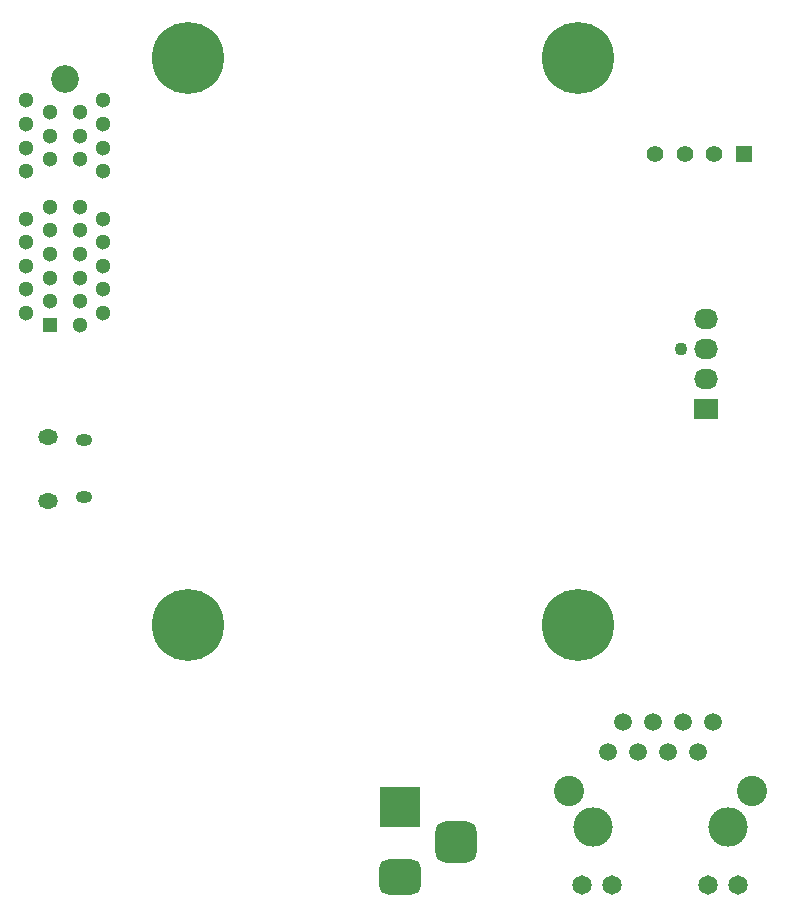
<source format=gbs>
%TF.GenerationSoftware,KiCad,Pcbnew,(5.99.0-11164-g062c4fda62)*%
%TF.CreationDate,2021-09-01T15:58:56+05:30*%
%TF.ProjectId,rpi-cm4-base-carrier,7270692d-636d-4342-9d62-6173652d6361,v01*%
%TF.SameCoordinates,Original*%
%TF.FileFunction,Soldermask,Bot*%
%TF.FilePolarity,Negative*%
%FSLAX46Y46*%
G04 Gerber Fmt 4.6, Leading zero omitted, Abs format (unit mm)*
G04 Created by KiCad (PCBNEW (5.99.0-11164-g062c4fda62)) date 2021-09-01 15:58:56*
%MOMM*%
%LPD*%
G01*
G04 APERTURE LIST*
G04 Aperture macros list*
%AMRoundRect*
0 Rectangle with rounded corners*
0 $1 Rounding radius*
0 $2 $3 $4 $5 $6 $7 $8 $9 X,Y pos of 4 corners*
0 Add a 4 corners polygon primitive as box body*
4,1,4,$2,$3,$4,$5,$6,$7,$8,$9,$2,$3,0*
0 Add four circle primitives for the rounded corners*
1,1,$1+$1,$2,$3*
1,1,$1+$1,$4,$5*
1,1,$1+$1,$6,$7*
1,1,$1+$1,$8,$9*
0 Add four rect primitives between the rounded corners*
20,1,$1+$1,$2,$3,$4,$5,0*
20,1,$1+$1,$4,$5,$6,$7,0*
20,1,$1+$1,$6,$7,$8,$9,0*
20,1,$1+$1,$8,$9,$2,$3,0*%
G04 Aperture macros list end*
%ADD10R,1.408000X1.408000*%
%ADD11C,1.408000*%
%ADD12C,1.509000*%
%ADD13C,1.650000*%
%ADD14C,2.565000*%
%ADD15C,3.330000*%
%ADD16O,1.400000X1.000000*%
%ADD17O,1.700000X1.300000*%
%ADD18C,1.100000*%
%ADD19R,2.030000X1.730000*%
%ADD20O,2.030000X1.730000*%
%ADD21C,2.350000*%
%ADD22R,1.300000X1.300000*%
%ADD23C,1.300000*%
%ADD24R,3.500000X3.500000*%
%ADD25RoundRect,0.750000X1.000000X-0.750000X1.000000X0.750000X-1.000000X0.750000X-1.000000X-0.750000X0*%
%ADD26RoundRect,0.875000X0.875000X-0.875000X0.875000X0.875000X-0.875000X0.875000X-0.875000X-0.875000X0*%
%ADD27C,6.100000*%
G04 APERTURE END LIST*
D10*
%TO.C,J4*%
X172697500Y-57890000D03*
D11*
X170197500Y-57890000D03*
X167697500Y-57890000D03*
X165197500Y-57890000D03*
%TD*%
D12*
%TO.C,J7*%
X161144500Y-108550000D03*
X162414500Y-106010000D03*
X163684500Y-108550000D03*
X164954500Y-106010000D03*
X166224500Y-108550000D03*
X167494500Y-106010000D03*
X168764500Y-108550000D03*
X170034500Y-106010000D03*
D13*
X158964500Y-119800000D03*
X161504500Y-119800000D03*
X169674500Y-119800000D03*
X172214500Y-119800000D03*
D14*
X173334500Y-111850000D03*
X157844500Y-111850000D03*
D15*
X171304500Y-114900000D03*
X159874500Y-114900000D03*
%TD*%
D16*
%TO.C,J2*%
X116789556Y-86999089D03*
D17*
X113759556Y-87299089D03*
D16*
X116789556Y-82149089D03*
D17*
X113759556Y-81849089D03*
%TD*%
D18*
%TO.C,J1*%
X167360000Y-74460000D03*
D19*
X169520000Y-79540000D03*
D20*
X169520000Y-77000000D03*
X169520000Y-74460000D03*
X169520000Y-71920000D03*
%TD*%
D21*
%TO.C,J6*%
X115190000Y-51580000D03*
D22*
X113940000Y-72380000D03*
D23*
X111940000Y-71380000D03*
X113940000Y-70380000D03*
X111940000Y-69380000D03*
X113940000Y-68380000D03*
X111940000Y-67380000D03*
X113940000Y-66380000D03*
X111940000Y-65380000D03*
X113940000Y-64380000D03*
X111940000Y-63380000D03*
X113940000Y-62380000D03*
X111940000Y-59380000D03*
X113940000Y-58380000D03*
X111940000Y-57380000D03*
X113940000Y-56380000D03*
X111940000Y-55380000D03*
X113940000Y-54380000D03*
X111940000Y-53380000D03*
X116440000Y-72380000D03*
X118440000Y-71380000D03*
X116440000Y-70380000D03*
X118440000Y-69380000D03*
X116440000Y-68380000D03*
X118440000Y-67380000D03*
X116440000Y-66380000D03*
X118440000Y-65380000D03*
X116440000Y-64380000D03*
X118440000Y-63380000D03*
X116440000Y-62380000D03*
X118440000Y-59380000D03*
X116440000Y-58380000D03*
X118440000Y-57380000D03*
X116440000Y-56380000D03*
X118440000Y-55380000D03*
X116440000Y-54380000D03*
X118440000Y-53380000D03*
%TD*%
D24*
%TO.C,J3*%
X143592500Y-113170000D03*
D25*
X143592500Y-119170000D03*
D26*
X148292500Y-116170000D03*
%TD*%
D27*
%TO.C,Module1*%
X125650000Y-97770000D03*
X158650000Y-49770000D03*
X125650000Y-49770000D03*
X158650000Y-97770000D03*
%TD*%
M02*

</source>
